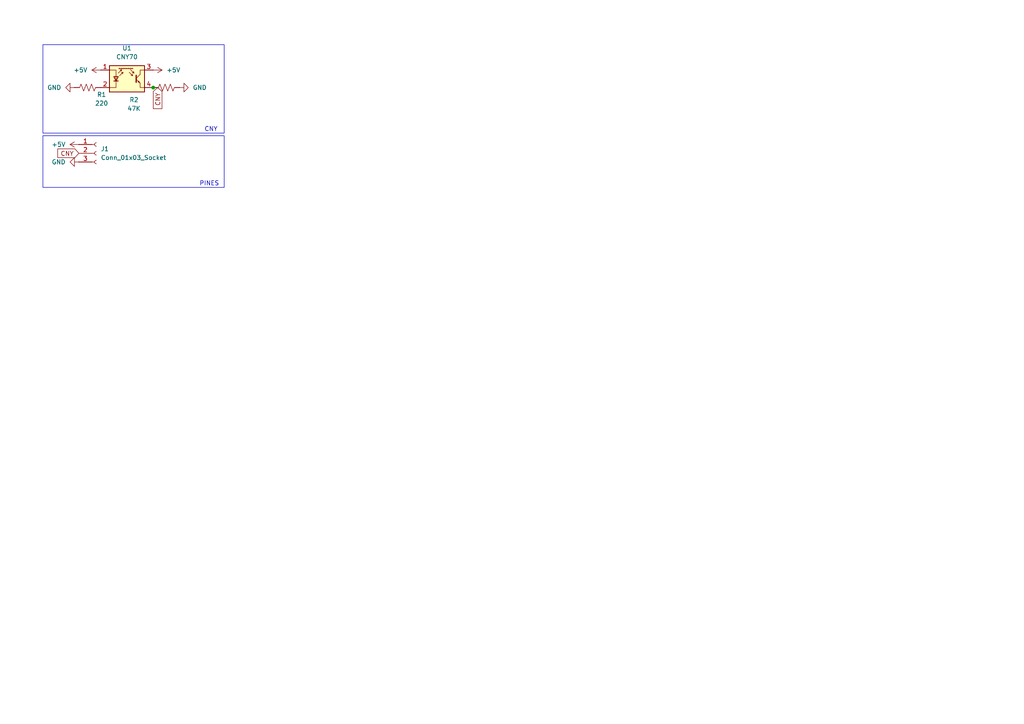
<source format=kicad_sch>
(kicad_sch (version 20231120) (generator "eeschema") (generator_version "8.0")
  (paper "A4")
  (lib_symbols
    (symbol "Connector:Conn_01x03_Socket" (pin_names (offset 1.016) hide)
      (property "Reference" "J" (at 0 5.08 0))
      (property "Value" "Conn_01x03_Socket" (at 0 -5.08 0))
      (symbol "Conn_01x03_Socket_1_1"
        (arc (start 0 -2.032) (mid -0.5058 -2.54) (end 0 -3.048) (stroke (width 0.1524)))
        (polyline (pts (xy -1.27 -2.54) (xy -0.508 -2.54)) (stroke (width 0.1524)))
        (polyline (pts (xy -1.27 0) (xy -0.508 0)) (stroke (width 0.1524)))
        (polyline (pts (xy -1.27 2.54) (xy -0.508 2.54)) (stroke (width 0.1524)))
        (arc (start 0 0.508) (mid -0.5058 0) (end 0 -0.508) (stroke (width 0.1524)))
        (arc (start 0 3.048) (mid -0.5058 2.54) (end 0 2.032) (stroke (width 0.1524)))
        (pin passive line (at -5.08 2.54 0) (length 3.81) (name "Pin_1") (number "1"))
        (pin passive line (at -5.08 0 0) (length 3.81) (name "Pin_2") (number "2"))
        (pin passive line (at -5.08 -2.54 0) (length 3.81) (name "Pin_3") (number "3"))
      )
    )
    (symbol "Device:R_US" (pin_numbers hide) (pin_names (offset 0))
      (property "Reference" "R" (at 2.54 0 90))
      (property "Value" "R_US" (at -2.54 0 90))
      (symbol "R_US_0_1"
        (polyline (pts (xy 0 -2.286) (xy 0 -2.54)))
        (polyline (pts (xy 0 2.286) (xy 0 2.54)))
        (polyline (pts (xy 0 -0.762) (xy 1.016 -1.143) (xy 0 -1.524) (xy -1.016 -1.905) (xy 0 -2.286)))
        (polyline (pts (xy 0 0.762) (xy 1.016 0.381) (xy 0 0) (xy -1.016 -0.381) (xy 0 -0.762)))
        (polyline (pts (xy 0 2.286) (xy 1.016 1.905) (xy 0 1.524) (xy -1.016 1.143) (xy 0 0.762)))
      )
      (symbol "R_US_1_1"
        (pin passive line (at 0 3.81 270) (length 1.27) (name "~") (number "1"))
        (pin passive line (at 0 -3.81 90) (length 1.27) (name "~") (number "2"))
      )
    )
    (symbol "Sensor_Proximity:CNY70" (pin_names (offset 1.016) hide)
      (property "Reference" "U" (at -5.08 5.08 0))
      (property "Value" "CNY70" (at 5.08 5.08 0))
      (symbol "CNY70_0_1"
        (polyline (pts (xy -3.81 -0.635) (xy -2.54 -0.635)) (stroke (width 0.254)))
        (polyline (pts (xy -2.286 2.921) (xy -2.032 3.175)))
        (polyline (pts (xy -1.778 2.921) (xy -1.524 3.175)))
        (polyline (pts (xy -1.524 2.667) (xy -1.651 2.159)))
        (polyline (pts (xy -1.27 2.921) (xy -1.016 3.175)))
        (polyline (pts (xy -1.143 1.905) (xy -1.27 1.397)))
        (polyline (pts (xy -0.762 2.921) (xy -0.508 3.175)))
        (polyline (pts (xy -0.254 2.921) (xy 0 3.175)))
        (polyline (pts (xy 0.254 2.921) (xy 0.508 3.175)))
        (polyline (pts (xy 0.762 2.921) (xy 1.016 3.175)))
        (polyline (pts (xy 1.27 2.921) (xy 1.524 3.175)))
        (polyline (pts (xy 1.651 0.889) (xy 1.143 1.016)))
        (polyline (pts (xy 1.778 2.921) (xy -2.413 2.921)))
        (polyline (pts (xy 2.032 1.651) (xy 1.524 1.778)))
        (polyline (pts (xy 2.667 -0.127) (xy 3.81 -1.27)))
        (polyline (pts (xy 2.667 0.127) (xy 3.81 1.27)))
        (polyline (pts (xy -2.54 1.651) (xy -1.524 2.667) (xy -2.032 2.54)))
        (polyline (pts (xy -2.159 0.889) (xy -1.143 1.905) (xy -1.651 1.778)))
        (polyline (pts (xy 0.635 1.905) (xy 1.651 0.889) (xy 1.524 1.397)))
        (polyline (pts (xy 1.016 2.667) (xy 2.032 1.651) (xy 1.905 2.159)))
        (polyline (pts (xy 2.667 1.016) (xy 2.667 -1.016) (xy 2.667 -1.016)) (stroke (width 0.3556)))
        (polyline (pts (xy 3.81 -1.27) (xy 3.81 -2.54) (xy 5.08 -2.54)))
        (polyline (pts (xy 3.81 1.27) (xy 3.81 2.54) (xy 5.08 2.54)))
        (polyline (pts (xy -5.08 -2.54) (xy -3.175 -2.54) (xy -3.175 2.54) (xy -5.08 2.54)))
        (polyline (pts (xy -3.175 -0.635) (xy -3.81 0.635) (xy -2.54 0.635) (xy -3.175 -0.635)) (stroke (width 0.254)))
        (polyline (pts (xy 3.683 -1.143) (xy 3.429 -0.635) (xy 3.175 -0.889) (xy 3.683 -1.143)))
        (polyline (pts (xy -5.08 -3.81) (xy 5.08 -3.81) (xy 5.08 3.81) (xy -5.08 3.81) (xy -5.08 -3.81)) (stroke (width 0.254)) (fill (type background)))
      )
      (symbol "CNY70_1_1"
        (pin passive line (at -7.62 2.54 0) (length 2.54) (name "A") (number "1"))
        (pin passive line (at -7.62 -2.54 0) (length 2.54) (name "K") (number "2"))
        (pin open_collector line (at 7.62 2.54 180) (length 2.54) (name "C") (number "3"))
        (pin open_emitter line (at 7.62 -2.54 180) (length 2.54) (name "E") (number "4"))
      )
    )
    (symbol "power:+5V" (power) (pin_numbers hide) (pin_names (offset 0) hide)
      (property "Value" "+5V" (at 0 3.556 0))
      (symbol "+5V_0_1"
        (polyline (pts (xy -0.762 1.27) (xy 0 2.54)))
        (polyline (pts (xy 0 0) (xy 0 2.54)))
        (polyline (pts (xy 0 2.54) (xy 0.762 1.27)))
      )
      (symbol "+5V_1_1"
        (pin power_in line (at 0 0 90) (length 0) (name "~") (number "1"))
      )
    )
    (symbol "power:GND" (power) (pin_numbers hide) (pin_names (offset 0) hide)
      (property "Value" "GND" (at 0 -3.81 0))
      (symbol "GND_0_1"
        (polyline (pts (xy 0 0) (xy 0 -1.27) (xy 1.27 -1.27) (xy 0 -2.54) (xy -1.27 -1.27) (xy 0 -1.27)))
      )
      (symbol "GND_1_1"
        (pin power_in line (at 0 0 270) (length 0) (name "~") (number "1"))
      )
    )
  )
  (junction (at 44.45 25.4))
  (wire (pts (xy 45.72 25.4) (xy 44.45 25.4)))
  (rectangle (start 12.446 39.37) (end 65.024 54.356))
  (rectangle (start 12.446 12.954) (end 65.024 38.608))
  (text "PINES\n" (at 60.706 53.34 0) (effects (font (size 1.27 1.27))))
  (text "CNY" (at 61.214 37.592 0) (effects (font (size 1.27 1.27))))
  (global_label "CNY" (shape input) (at 22.86 44.45 180) (property "Intersheetrefs" "${INTERSHEET_REFS}" (effects (hide yes))))
  (global_label "CNY" (shape input) (at 45.72 25.4 270) (property "Intersheetrefs" "${INTERSHEET_REFS}" (effects (hide yes))))
  (symbol (lib_id "Connector:Conn_01x03_Socket") (at 27.94 44.45 0) (unit 1)
    (property "Reference" "J1" (at 29.21 43.1799 0) (effects (justify left)))
    (property "Value" "Conn_01x03_Socket" (at 29.21 45.7199 0) (effects (justify left)))
    (property "Footprint" "Connector_PinHeader_2.54mm:PinHeader_1x03_P2.54mm_Vertical" (effects (hide yes)))
    (property "Description" "Generic connector, single row, 01x03, script generated" (effects (hide yes)))
  )
  (symbol (lib_id "power:GND") (at 52.07 25.4 90) (unit 1)
    (property "Reference" "#PWR04" (effects (hide yes)))
    (property "Value" "GND" (at 55.88 25.3999 90) (effects (justify right)))
    (property "Description" "Power symbol creates a global label with name \"GND\" , ground" (effects (hide yes)))
  )
  (symbol (lib_id "Device:R_US") (at 25.4 25.4 90) (unit 1)
    (property "Reference" "R1" (at 29.464 27.432 90))
    (property "Value" "220" (at 29.464 29.972 90))
    (property "Footprint" "Resistor_SMD:R_0603_1608Metric_Pad0.98x0.95mm_HandSolder" (effects (hide yes)))
    (property "Description" "Resistor, US symbol" (effects (hide yes)))
  )
  (symbol (lib_id "power:+5V") (at 44.45 20.32 270) (unit 1)
    (property "Reference" "#PWR01" (effects (hide yes)))
    (property "Value" "+5V" (at 48.26 20.3199 90) (effects (justify left)))
    (property "Description" "Power symbol creates a global label with name \"+5V\"" (effects (hide yes)))
  )
  (symbol (lib_id "power:GND") (at 21.59 25.4 270) (unit 1)
    (property "Reference" "#PWR03" (effects (hide yes)))
    (property "Value" "GND" (at 17.78 25.3999 90) (effects (justify right)))
    (property "Description" "Power symbol creates a global label with name \"GND\" , ground" (effects (hide yes)))
  )
  (symbol (lib_id "power:GND") (at 22.86 46.99 270) (unit 1)
    (property "Reference" "#PWR05" (effects (hide yes)))
    (property "Value" "GND" (at 19.05 46.9899 90) (effects (justify right)))
    (property "Description" "Power symbol creates a global label with name \"GND\" , ground" (effects (hide yes)))
  )
  (symbol (lib_id "power:+5V") (at 29.21 20.32 90) (unit 1)
    (property "Reference" "#PWR02" (effects (hide yes)))
    (property "Value" "+5V" (at 25.4 20.3199 90) (effects (justify left)))
    (property "Description" "Power symbol creates a global label with name \"+5V\"" (effects (hide yes)))
  )
  (symbol (lib_id "Device:R_US") (at 48.26 25.4 90) (unit 1)
    (property "Reference" "R2" (at 38.862 28.956 90))
    (property "Value" "47K" (at 38.862 31.496 90))
    (property "Footprint" "Resistor_SMD:R_0603_1608Metric_Pad0.98x0.95mm_HandSolder" (effects (hide yes)))
    (property "Description" "Resistor, US symbol" (effects (hide yes)))
  )
  (symbol (lib_id "power:+5V") (at 22.86 41.91 90) (unit 1)
    (property "Reference" "#PWR06" (effects (hide yes)))
    (property "Value" "+5V" (at 19.05 41.9099 90) (effects (justify left)))
    (property "Description" "Power symbol creates a global label with name \"+5V\"" (effects (hide yes)))
  )
  (symbol (lib_id "Sensor_Proximity:CNY70") (at 36.83 22.86 0) (unit 1)
    (property "Reference" "U1" (at 36.83 13.97 0))
    (property "Value" "CNY70" (at 36.83 16.51 0))
    (property "Footprint" "OptoDevice:Vishay_CNY70" (effects (hide yes)))
    (property "Datasheet" "https://www.vishay.com/docs/83751/cny70.pdf" (effects (hide yes)))
    (property "Description" "Reflective Optical Sensor with Transistor Output" (effects (hide yes)))
  )
)
</source>
